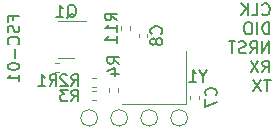
<source format=gbr>
%TF.GenerationSoftware,KiCad,Pcbnew,7.0.9*%
%TF.CreationDate,2024-09-12T17:06:43+08:00*%
%TF.ProjectId,FlyingStone-clone-01,466c7969-6e67-4537-946f-6e652d636c6f,rev?*%
%TF.SameCoordinates,Original*%
%TF.FileFunction,Legend,Bot*%
%TF.FilePolarity,Positive*%
%FSLAX46Y46*%
G04 Gerber Fmt 4.6, Leading zero omitted, Abs format (unit mm)*
G04 Created by KiCad (PCBNEW 7.0.9) date 2024-09-12 17:06:43*
%MOMM*%
%LPD*%
G01*
G04 APERTURE LIST*
%ADD10C,0.150000*%
%ADD11C,0.120000*%
G04 APERTURE END LIST*
D10*
X126121792Y-103874580D02*
X126169411Y-103922200D01*
X126169411Y-103922200D02*
X126312268Y-103969819D01*
X126312268Y-103969819D02*
X126407506Y-103969819D01*
X126407506Y-103969819D02*
X126550363Y-103922200D01*
X126550363Y-103922200D02*
X126645601Y-103826961D01*
X126645601Y-103826961D02*
X126693220Y-103731723D01*
X126693220Y-103731723D02*
X126740839Y-103541247D01*
X126740839Y-103541247D02*
X126740839Y-103398390D01*
X126740839Y-103398390D02*
X126693220Y-103207914D01*
X126693220Y-103207914D02*
X126645601Y-103112676D01*
X126645601Y-103112676D02*
X126550363Y-103017438D01*
X126550363Y-103017438D02*
X126407506Y-102969819D01*
X126407506Y-102969819D02*
X126312268Y-102969819D01*
X126312268Y-102969819D02*
X126169411Y-103017438D01*
X126169411Y-103017438D02*
X126121792Y-103065057D01*
X125217030Y-103969819D02*
X125693220Y-103969819D01*
X125693220Y-103969819D02*
X125693220Y-102969819D01*
X124883696Y-103969819D02*
X124883696Y-102969819D01*
X124312268Y-103969819D02*
X124740839Y-103398390D01*
X124312268Y-102969819D02*
X124883696Y-103541247D01*
X126693220Y-105579819D02*
X126693220Y-104579819D01*
X126693220Y-104579819D02*
X126455125Y-104579819D01*
X126455125Y-104579819D02*
X126312268Y-104627438D01*
X126312268Y-104627438D02*
X126217030Y-104722676D01*
X126217030Y-104722676D02*
X126169411Y-104817914D01*
X126169411Y-104817914D02*
X126121792Y-105008390D01*
X126121792Y-105008390D02*
X126121792Y-105151247D01*
X126121792Y-105151247D02*
X126169411Y-105341723D01*
X126169411Y-105341723D02*
X126217030Y-105436961D01*
X126217030Y-105436961D02*
X126312268Y-105532200D01*
X126312268Y-105532200D02*
X126455125Y-105579819D01*
X126455125Y-105579819D02*
X126693220Y-105579819D01*
X125693220Y-105579819D02*
X125693220Y-104579819D01*
X125026554Y-104579819D02*
X124836078Y-104579819D01*
X124836078Y-104579819D02*
X124740840Y-104627438D01*
X124740840Y-104627438D02*
X124645602Y-104722676D01*
X124645602Y-104722676D02*
X124597983Y-104913152D01*
X124597983Y-104913152D02*
X124597983Y-105246485D01*
X124597983Y-105246485D02*
X124645602Y-105436961D01*
X124645602Y-105436961D02*
X124740840Y-105532200D01*
X124740840Y-105532200D02*
X124836078Y-105579819D01*
X124836078Y-105579819D02*
X125026554Y-105579819D01*
X125026554Y-105579819D02*
X125121792Y-105532200D01*
X125121792Y-105532200D02*
X125217030Y-105436961D01*
X125217030Y-105436961D02*
X125264649Y-105246485D01*
X125264649Y-105246485D02*
X125264649Y-104913152D01*
X125264649Y-104913152D02*
X125217030Y-104722676D01*
X125217030Y-104722676D02*
X125121792Y-104627438D01*
X125121792Y-104627438D02*
X125026554Y-104579819D01*
X126693220Y-107189819D02*
X126693220Y-106189819D01*
X126693220Y-106189819D02*
X126121792Y-107189819D01*
X126121792Y-107189819D02*
X126121792Y-106189819D01*
X125074173Y-107189819D02*
X125407506Y-106713628D01*
X125645601Y-107189819D02*
X125645601Y-106189819D01*
X125645601Y-106189819D02*
X125264649Y-106189819D01*
X125264649Y-106189819D02*
X125169411Y-106237438D01*
X125169411Y-106237438D02*
X125121792Y-106285057D01*
X125121792Y-106285057D02*
X125074173Y-106380295D01*
X125074173Y-106380295D02*
X125074173Y-106523152D01*
X125074173Y-106523152D02*
X125121792Y-106618390D01*
X125121792Y-106618390D02*
X125169411Y-106666009D01*
X125169411Y-106666009D02*
X125264649Y-106713628D01*
X125264649Y-106713628D02*
X125645601Y-106713628D01*
X124693220Y-107142200D02*
X124550363Y-107189819D01*
X124550363Y-107189819D02*
X124312268Y-107189819D01*
X124312268Y-107189819D02*
X124217030Y-107142200D01*
X124217030Y-107142200D02*
X124169411Y-107094580D01*
X124169411Y-107094580D02*
X124121792Y-106999342D01*
X124121792Y-106999342D02*
X124121792Y-106904104D01*
X124121792Y-106904104D02*
X124169411Y-106808866D01*
X124169411Y-106808866D02*
X124217030Y-106761247D01*
X124217030Y-106761247D02*
X124312268Y-106713628D01*
X124312268Y-106713628D02*
X124502744Y-106666009D01*
X124502744Y-106666009D02*
X124597982Y-106618390D01*
X124597982Y-106618390D02*
X124645601Y-106570771D01*
X124645601Y-106570771D02*
X124693220Y-106475533D01*
X124693220Y-106475533D02*
X124693220Y-106380295D01*
X124693220Y-106380295D02*
X124645601Y-106285057D01*
X124645601Y-106285057D02*
X124597982Y-106237438D01*
X124597982Y-106237438D02*
X124502744Y-106189819D01*
X124502744Y-106189819D02*
X124264649Y-106189819D01*
X124264649Y-106189819D02*
X124121792Y-106237438D01*
X123836077Y-106189819D02*
X123264649Y-106189819D01*
X123550363Y-107189819D02*
X123550363Y-106189819D01*
X126121792Y-108799819D02*
X126455125Y-108323628D01*
X126693220Y-108799819D02*
X126693220Y-107799819D01*
X126693220Y-107799819D02*
X126312268Y-107799819D01*
X126312268Y-107799819D02*
X126217030Y-107847438D01*
X126217030Y-107847438D02*
X126169411Y-107895057D01*
X126169411Y-107895057D02*
X126121792Y-107990295D01*
X126121792Y-107990295D02*
X126121792Y-108133152D01*
X126121792Y-108133152D02*
X126169411Y-108228390D01*
X126169411Y-108228390D02*
X126217030Y-108276009D01*
X126217030Y-108276009D02*
X126312268Y-108323628D01*
X126312268Y-108323628D02*
X126693220Y-108323628D01*
X125788458Y-107799819D02*
X125121792Y-108799819D01*
X125121792Y-107799819D02*
X125788458Y-108799819D01*
X126836077Y-109409819D02*
X126264649Y-109409819D01*
X126550363Y-110409819D02*
X126550363Y-109409819D01*
X126026553Y-109409819D02*
X125359887Y-110409819D01*
X125359887Y-109409819D02*
X126026553Y-110409819D01*
X105016009Y-104370112D02*
X105016009Y-104036779D01*
X105539819Y-104036779D02*
X104539819Y-104036779D01*
X104539819Y-104036779D02*
X104539819Y-104512969D01*
X105492200Y-104846303D02*
X105539819Y-104989160D01*
X105539819Y-104989160D02*
X105539819Y-105227255D01*
X105539819Y-105227255D02*
X105492200Y-105322493D01*
X105492200Y-105322493D02*
X105444580Y-105370112D01*
X105444580Y-105370112D02*
X105349342Y-105417731D01*
X105349342Y-105417731D02*
X105254104Y-105417731D01*
X105254104Y-105417731D02*
X105158866Y-105370112D01*
X105158866Y-105370112D02*
X105111247Y-105322493D01*
X105111247Y-105322493D02*
X105063628Y-105227255D01*
X105063628Y-105227255D02*
X105016009Y-105036779D01*
X105016009Y-105036779D02*
X104968390Y-104941541D01*
X104968390Y-104941541D02*
X104920771Y-104893922D01*
X104920771Y-104893922D02*
X104825533Y-104846303D01*
X104825533Y-104846303D02*
X104730295Y-104846303D01*
X104730295Y-104846303D02*
X104635057Y-104893922D01*
X104635057Y-104893922D02*
X104587438Y-104941541D01*
X104587438Y-104941541D02*
X104539819Y-105036779D01*
X104539819Y-105036779D02*
X104539819Y-105274874D01*
X104539819Y-105274874D02*
X104587438Y-105417731D01*
X105444580Y-106417731D02*
X105492200Y-106370112D01*
X105492200Y-106370112D02*
X105539819Y-106227255D01*
X105539819Y-106227255D02*
X105539819Y-106132017D01*
X105539819Y-106132017D02*
X105492200Y-105989160D01*
X105492200Y-105989160D02*
X105396961Y-105893922D01*
X105396961Y-105893922D02*
X105301723Y-105846303D01*
X105301723Y-105846303D02*
X105111247Y-105798684D01*
X105111247Y-105798684D02*
X104968390Y-105798684D01*
X104968390Y-105798684D02*
X104777914Y-105846303D01*
X104777914Y-105846303D02*
X104682676Y-105893922D01*
X104682676Y-105893922D02*
X104587438Y-105989160D01*
X104587438Y-105989160D02*
X104539819Y-106132017D01*
X104539819Y-106132017D02*
X104539819Y-106227255D01*
X104539819Y-106227255D02*
X104587438Y-106370112D01*
X104587438Y-106370112D02*
X104635057Y-106417731D01*
X105158866Y-106846303D02*
X105158866Y-107608208D01*
X104539819Y-108274874D02*
X104539819Y-108370112D01*
X104539819Y-108370112D02*
X104587438Y-108465350D01*
X104587438Y-108465350D02*
X104635057Y-108512969D01*
X104635057Y-108512969D02*
X104730295Y-108560588D01*
X104730295Y-108560588D02*
X104920771Y-108608207D01*
X104920771Y-108608207D02*
X105158866Y-108608207D01*
X105158866Y-108608207D02*
X105349342Y-108560588D01*
X105349342Y-108560588D02*
X105444580Y-108512969D01*
X105444580Y-108512969D02*
X105492200Y-108465350D01*
X105492200Y-108465350D02*
X105539819Y-108370112D01*
X105539819Y-108370112D02*
X105539819Y-108274874D01*
X105539819Y-108274874D02*
X105492200Y-108179636D01*
X105492200Y-108179636D02*
X105444580Y-108132017D01*
X105444580Y-108132017D02*
X105349342Y-108084398D01*
X105349342Y-108084398D02*
X105158866Y-108036779D01*
X105158866Y-108036779D02*
X104920771Y-108036779D01*
X104920771Y-108036779D02*
X104730295Y-108084398D01*
X104730295Y-108084398D02*
X104635057Y-108132017D01*
X104635057Y-108132017D02*
X104587438Y-108179636D01*
X104587438Y-108179636D02*
X104539819Y-108274874D01*
X105539819Y-109560588D02*
X105539819Y-108989160D01*
X105539819Y-109274874D02*
X104539819Y-109274874D01*
X104539819Y-109274874D02*
X104682676Y-109179636D01*
X104682676Y-109179636D02*
X104777914Y-109084398D01*
X104777914Y-109084398D02*
X104825533Y-108989160D01*
X109587738Y-104180057D02*
X109682976Y-104132438D01*
X109682976Y-104132438D02*
X109778214Y-104037200D01*
X109778214Y-104037200D02*
X109921071Y-103894342D01*
X109921071Y-103894342D02*
X110016309Y-103846723D01*
X110016309Y-103846723D02*
X110111547Y-103846723D01*
X110063928Y-104084819D02*
X110159166Y-104037200D01*
X110159166Y-104037200D02*
X110254404Y-103941961D01*
X110254404Y-103941961D02*
X110302023Y-103751485D01*
X110302023Y-103751485D02*
X110302023Y-103418152D01*
X110302023Y-103418152D02*
X110254404Y-103227676D01*
X110254404Y-103227676D02*
X110159166Y-103132438D01*
X110159166Y-103132438D02*
X110063928Y-103084819D01*
X110063928Y-103084819D02*
X109873452Y-103084819D01*
X109873452Y-103084819D02*
X109778214Y-103132438D01*
X109778214Y-103132438D02*
X109682976Y-103227676D01*
X109682976Y-103227676D02*
X109635357Y-103418152D01*
X109635357Y-103418152D02*
X109635357Y-103751485D01*
X109635357Y-103751485D02*
X109682976Y-103941961D01*
X109682976Y-103941961D02*
X109778214Y-104037200D01*
X109778214Y-104037200D02*
X109873452Y-104084819D01*
X109873452Y-104084819D02*
X110063928Y-104084819D01*
X108682976Y-104084819D02*
X109254404Y-104084819D01*
X108968690Y-104084819D02*
X108968690Y-103084819D01*
X108968690Y-103084819D02*
X109063928Y-103227676D01*
X109063928Y-103227676D02*
X109159166Y-103322914D01*
X109159166Y-103322914D02*
X109254404Y-103370533D01*
X117549580Y-105535833D02*
X117597200Y-105488214D01*
X117597200Y-105488214D02*
X117644819Y-105345357D01*
X117644819Y-105345357D02*
X117644819Y-105250119D01*
X117644819Y-105250119D02*
X117597200Y-105107262D01*
X117597200Y-105107262D02*
X117501961Y-105012024D01*
X117501961Y-105012024D02*
X117406723Y-104964405D01*
X117406723Y-104964405D02*
X117216247Y-104916786D01*
X117216247Y-104916786D02*
X117073390Y-104916786D01*
X117073390Y-104916786D02*
X116882914Y-104964405D01*
X116882914Y-104964405D02*
X116787676Y-105012024D01*
X116787676Y-105012024D02*
X116692438Y-105107262D01*
X116692438Y-105107262D02*
X116644819Y-105250119D01*
X116644819Y-105250119D02*
X116644819Y-105345357D01*
X116644819Y-105345357D02*
X116692438Y-105488214D01*
X116692438Y-105488214D02*
X116740057Y-105535833D01*
X117073390Y-106107262D02*
X117025771Y-106012024D01*
X117025771Y-106012024D02*
X116978152Y-105964405D01*
X116978152Y-105964405D02*
X116882914Y-105916786D01*
X116882914Y-105916786D02*
X116835295Y-105916786D01*
X116835295Y-105916786D02*
X116740057Y-105964405D01*
X116740057Y-105964405D02*
X116692438Y-106012024D01*
X116692438Y-106012024D02*
X116644819Y-106107262D01*
X116644819Y-106107262D02*
X116644819Y-106297738D01*
X116644819Y-106297738D02*
X116692438Y-106392976D01*
X116692438Y-106392976D02*
X116740057Y-106440595D01*
X116740057Y-106440595D02*
X116835295Y-106488214D01*
X116835295Y-106488214D02*
X116882914Y-106488214D01*
X116882914Y-106488214D02*
X116978152Y-106440595D01*
X116978152Y-106440595D02*
X117025771Y-106392976D01*
X117025771Y-106392976D02*
X117073390Y-106297738D01*
X117073390Y-106297738D02*
X117073390Y-106107262D01*
X117073390Y-106107262D02*
X117121009Y-106012024D01*
X117121009Y-106012024D02*
X117168628Y-105964405D01*
X117168628Y-105964405D02*
X117263866Y-105916786D01*
X117263866Y-105916786D02*
X117454342Y-105916786D01*
X117454342Y-105916786D02*
X117549580Y-105964405D01*
X117549580Y-105964405D02*
X117597200Y-106012024D01*
X117597200Y-106012024D02*
X117644819Y-106107262D01*
X117644819Y-106107262D02*
X117644819Y-106297738D01*
X117644819Y-106297738D02*
X117597200Y-106392976D01*
X117597200Y-106392976D02*
X117549580Y-106440595D01*
X117549580Y-106440595D02*
X117454342Y-106488214D01*
X117454342Y-106488214D02*
X117263866Y-106488214D01*
X117263866Y-106488214D02*
X117168628Y-106440595D01*
X117168628Y-106440595D02*
X117121009Y-106392976D01*
X117121009Y-106392976D02*
X117073390Y-106297738D01*
X113994819Y-108073333D02*
X113518628Y-107740000D01*
X113994819Y-107501905D02*
X112994819Y-107501905D01*
X112994819Y-107501905D02*
X112994819Y-107882857D01*
X112994819Y-107882857D02*
X113042438Y-107978095D01*
X113042438Y-107978095D02*
X113090057Y-108025714D01*
X113090057Y-108025714D02*
X113185295Y-108073333D01*
X113185295Y-108073333D02*
X113328152Y-108073333D01*
X113328152Y-108073333D02*
X113423390Y-108025714D01*
X113423390Y-108025714D02*
X113471009Y-107978095D01*
X113471009Y-107978095D02*
X113518628Y-107882857D01*
X113518628Y-107882857D02*
X113518628Y-107501905D01*
X113328152Y-108930476D02*
X113994819Y-108930476D01*
X112947200Y-108692381D02*
X113661485Y-108454286D01*
X113661485Y-108454286D02*
X113661485Y-109073333D01*
X113814819Y-104404642D02*
X113338628Y-104071309D01*
X113814819Y-103833214D02*
X112814819Y-103833214D01*
X112814819Y-103833214D02*
X112814819Y-104214166D01*
X112814819Y-104214166D02*
X112862438Y-104309404D01*
X112862438Y-104309404D02*
X112910057Y-104357023D01*
X112910057Y-104357023D02*
X113005295Y-104404642D01*
X113005295Y-104404642D02*
X113148152Y-104404642D01*
X113148152Y-104404642D02*
X113243390Y-104357023D01*
X113243390Y-104357023D02*
X113291009Y-104309404D01*
X113291009Y-104309404D02*
X113338628Y-104214166D01*
X113338628Y-104214166D02*
X113338628Y-103833214D01*
X113814819Y-105357023D02*
X113814819Y-104785595D01*
X113814819Y-105071309D02*
X112814819Y-105071309D01*
X112814819Y-105071309D02*
X112957676Y-104976071D01*
X112957676Y-104976071D02*
X113052914Y-104880833D01*
X113052914Y-104880833D02*
X113100533Y-104785595D01*
X113814819Y-106309404D02*
X113814819Y-105737976D01*
X113814819Y-106023690D02*
X112814819Y-106023690D01*
X112814819Y-106023690D02*
X112957676Y-105928452D01*
X112957676Y-105928452D02*
X113052914Y-105833214D01*
X113052914Y-105833214D02*
X113100533Y-105737976D01*
X121116190Y-109108628D02*
X121116190Y-109584819D01*
X121449523Y-108584819D02*
X121116190Y-109108628D01*
X121116190Y-109108628D02*
X120782857Y-108584819D01*
X119925714Y-109584819D02*
X120497142Y-109584819D01*
X120211428Y-109584819D02*
X120211428Y-108584819D01*
X120211428Y-108584819D02*
X120306666Y-108727676D01*
X120306666Y-108727676D02*
X120401904Y-108822914D01*
X120401904Y-108822914D02*
X120497142Y-108870533D01*
X122159580Y-110743333D02*
X122207200Y-110695714D01*
X122207200Y-110695714D02*
X122254819Y-110552857D01*
X122254819Y-110552857D02*
X122254819Y-110457619D01*
X122254819Y-110457619D02*
X122207200Y-110314762D01*
X122207200Y-110314762D02*
X122111961Y-110219524D01*
X122111961Y-110219524D02*
X122016723Y-110171905D01*
X122016723Y-110171905D02*
X121826247Y-110124286D01*
X121826247Y-110124286D02*
X121683390Y-110124286D01*
X121683390Y-110124286D02*
X121492914Y-110171905D01*
X121492914Y-110171905D02*
X121397676Y-110219524D01*
X121397676Y-110219524D02*
X121302438Y-110314762D01*
X121302438Y-110314762D02*
X121254819Y-110457619D01*
X121254819Y-110457619D02*
X121254819Y-110552857D01*
X121254819Y-110552857D02*
X121302438Y-110695714D01*
X121302438Y-110695714D02*
X121350057Y-110743333D01*
X121254819Y-111076667D02*
X121254819Y-111743333D01*
X121254819Y-111743333D02*
X122254819Y-111314762D01*
X108096666Y-109954819D02*
X108429999Y-109478628D01*
X108668094Y-109954819D02*
X108668094Y-108954819D01*
X108668094Y-108954819D02*
X108287142Y-108954819D01*
X108287142Y-108954819D02*
X108191904Y-109002438D01*
X108191904Y-109002438D02*
X108144285Y-109050057D01*
X108144285Y-109050057D02*
X108096666Y-109145295D01*
X108096666Y-109145295D02*
X108096666Y-109288152D01*
X108096666Y-109288152D02*
X108144285Y-109383390D01*
X108144285Y-109383390D02*
X108191904Y-109431009D01*
X108191904Y-109431009D02*
X108287142Y-109478628D01*
X108287142Y-109478628D02*
X108668094Y-109478628D01*
X107144285Y-109954819D02*
X107715713Y-109954819D01*
X107429999Y-109954819D02*
X107429999Y-108954819D01*
X107429999Y-108954819D02*
X107525237Y-109097676D01*
X107525237Y-109097676D02*
X107620475Y-109192914D01*
X107620475Y-109192914D02*
X107715713Y-109240533D01*
X109956666Y-109964819D02*
X110289999Y-109488628D01*
X110528094Y-109964819D02*
X110528094Y-108964819D01*
X110528094Y-108964819D02*
X110147142Y-108964819D01*
X110147142Y-108964819D02*
X110051904Y-109012438D01*
X110051904Y-109012438D02*
X110004285Y-109060057D01*
X110004285Y-109060057D02*
X109956666Y-109155295D01*
X109956666Y-109155295D02*
X109956666Y-109298152D01*
X109956666Y-109298152D02*
X110004285Y-109393390D01*
X110004285Y-109393390D02*
X110051904Y-109441009D01*
X110051904Y-109441009D02*
X110147142Y-109488628D01*
X110147142Y-109488628D02*
X110528094Y-109488628D01*
X109575713Y-109060057D02*
X109528094Y-109012438D01*
X109528094Y-109012438D02*
X109432856Y-108964819D01*
X109432856Y-108964819D02*
X109194761Y-108964819D01*
X109194761Y-108964819D02*
X109099523Y-109012438D01*
X109099523Y-109012438D02*
X109051904Y-109060057D01*
X109051904Y-109060057D02*
X109004285Y-109155295D01*
X109004285Y-109155295D02*
X109004285Y-109250533D01*
X109004285Y-109250533D02*
X109051904Y-109393390D01*
X109051904Y-109393390D02*
X109623332Y-109964819D01*
X109623332Y-109964819D02*
X109004285Y-109964819D01*
X109956666Y-111254819D02*
X110289999Y-110778628D01*
X110528094Y-111254819D02*
X110528094Y-110254819D01*
X110528094Y-110254819D02*
X110147142Y-110254819D01*
X110147142Y-110254819D02*
X110051904Y-110302438D01*
X110051904Y-110302438D02*
X110004285Y-110350057D01*
X110004285Y-110350057D02*
X109956666Y-110445295D01*
X109956666Y-110445295D02*
X109956666Y-110588152D01*
X109956666Y-110588152D02*
X110004285Y-110683390D01*
X110004285Y-110683390D02*
X110051904Y-110731009D01*
X110051904Y-110731009D02*
X110147142Y-110778628D01*
X110147142Y-110778628D02*
X110528094Y-110778628D01*
X109623332Y-110254819D02*
X109004285Y-110254819D01*
X109004285Y-110254819D02*
X109337618Y-110635771D01*
X109337618Y-110635771D02*
X109194761Y-110635771D01*
X109194761Y-110635771D02*
X109099523Y-110683390D01*
X109099523Y-110683390D02*
X109051904Y-110731009D01*
X109051904Y-110731009D02*
X109004285Y-110826247D01*
X109004285Y-110826247D02*
X109004285Y-111064342D01*
X109004285Y-111064342D02*
X109051904Y-111159580D01*
X109051904Y-111159580D02*
X109099523Y-111207200D01*
X109099523Y-111207200D02*
X109194761Y-111254819D01*
X109194761Y-111254819D02*
X109480475Y-111254819D01*
X109480475Y-111254819D02*
X109575713Y-111207200D01*
X109575713Y-111207200D02*
X109623332Y-111159580D01*
D11*
%TO.C,Q1*%
X109492500Y-107590000D02*
X110142500Y-107590000D01*
X109492500Y-107590000D02*
X108842500Y-107590000D01*
X109492500Y-104470000D02*
X111167500Y-104470000D01*
X109492500Y-104470000D02*
X108842500Y-104470000D01*
%TO.C,C8*%
X115670000Y-105818335D02*
X115670000Y-105586665D01*
X116390000Y-105818335D02*
X116390000Y-105586665D01*
%TO.C,TP2*%
X114690000Y-112660000D02*
G75*
G03*
X114690000Y-112660000I-700000J0D01*
G01*
%TO.C,R4*%
X113150000Y-110473871D02*
X113150000Y-110138629D01*
X113910000Y-110473871D02*
X113910000Y-110138629D01*
%TO.C,TP3*%
X117230000Y-112660000D02*
G75*
G03*
X117230000Y-112660000I-700000J0D01*
G01*
%TO.C,TP1*%
X112150000Y-112660000D02*
G75*
G03*
X112150000Y-112660000I-700000J0D01*
G01*
%TO.C,R11*%
X114910000Y-104879879D02*
X114910000Y-105215121D01*
X114150000Y-104879879D02*
X114150000Y-105215121D01*
%TO.C,Y1*%
X119610000Y-111470000D02*
X114210000Y-111470000D01*
X119610000Y-106970000D02*
X119610000Y-111470000D01*
%TO.C,C7*%
X120740000Y-110794165D02*
X120740000Y-111025835D01*
X120020000Y-110794165D02*
X120020000Y-111025835D01*
%TO.C,R1*%
X108877621Y-108760000D02*
X108542379Y-108760000D01*
X108877621Y-108000000D02*
X108542379Y-108000000D01*
%TO.C,R2*%
X111995121Y-110080000D02*
X111659879Y-110080000D01*
X111995121Y-109320000D02*
X111659879Y-109320000D01*
%TO.C,TP4*%
X119770000Y-112660000D02*
G75*
G03*
X119770000Y-112660000I-700000J0D01*
G01*
%TO.C,R3*%
X111664879Y-110360000D02*
X112000121Y-110360000D01*
X111664879Y-111120000D02*
X112000121Y-111120000D01*
%TD*%
M02*

</source>
